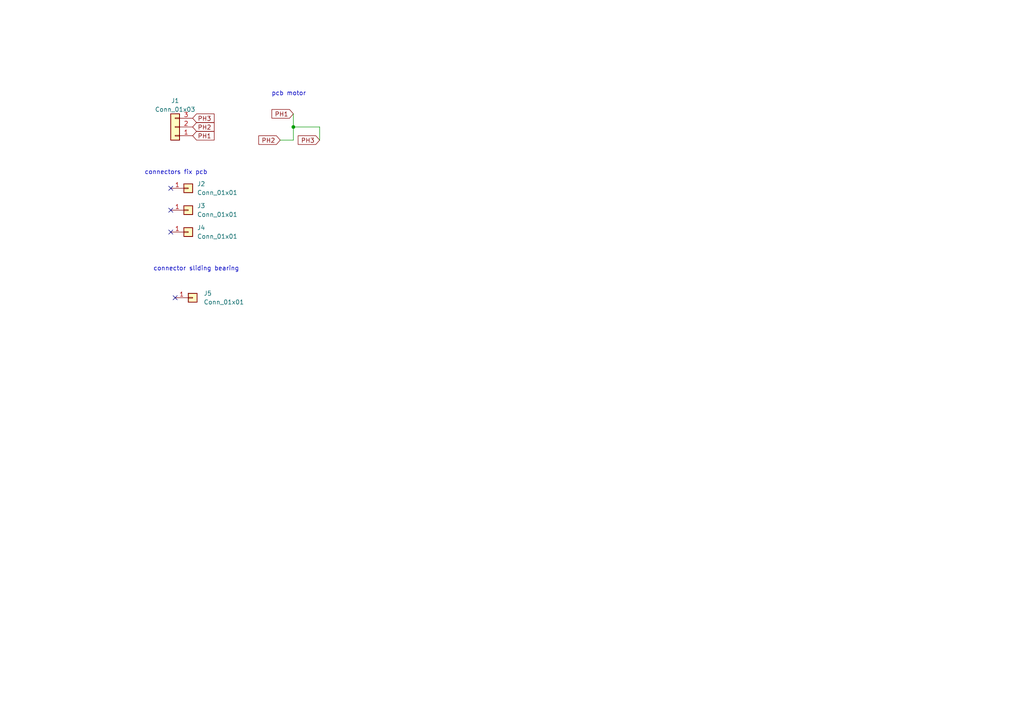
<source format=kicad_sch>
(kicad_sch (version 20231120) (generator "eeschema") (generator_version "8.0")
  (paper "A4")
  (title_block (title "Scanhead PCB") (rev "0.1") (company "Hexastorm") (comment 1 "Author: Rik Starmans"))
  (lib_symbols
    (symbol "Connector_Generic:Conn_01x01" (pin_names (offset 1.016) hide)
      (property "Reference" "J" (at 0 2.54 0))
      (property "Value" "Conn_01x01" (at 0 -2.54 0))
      (symbol "Conn_01x01_1_1"
        (rectangle (start -1.27 0.127) (end 0 -0.127) (stroke (width 0.1524)))
        (rectangle (start -1.27 1.27) (end 1.27 -1.27) (stroke (width 0.254)) (fill (type background)))
        (pin passive line (at -5.08 0 0) (length 3.81) (name "Pin_1") (number "1"))
      )
    )
    (symbol "Connector_Generic:Conn_01x03" (pin_names (offset 1.016) hide)
      (property "Reference" "J" (at 0 5.08 0))
      (property "Value" "Conn_01x03" (at 0 -5.08 0))
      (symbol "Conn_01x03_1_1"
        (rectangle (start -1.27 -2.413) (end 0 -2.667) (stroke (width 0.1524)))
        (rectangle (start -1.27 0.127) (end 0 -0.127) (stroke (width 0.1524)))
        (rectangle (start -1.27 2.667) (end 0 2.413) (stroke (width 0.1524)))
        (rectangle (start -1.27 3.81) (end 1.27 -3.81) (stroke (width 0.254)) (fill (type background)))
        (pin passive line (at -5.08 2.54 0) (length 3.81) (name "Pin_1") (number "1"))
        (pin passive line (at -5.08 0 0) (length 3.81) (name "Pin_2") (number "2"))
        (pin passive line (at -5.08 -2.54 0) (length 3.81) (name "Pin_3") (number "3"))
      )
    )
  )
  (junction (at 85.09 36.83))
  (no_connect (at 49.53 67.31))
  (no_connect (at 50.8 86.36))
  (no_connect (at 49.53 54.61))
  (no_connect (at 49.53 60.96))
  (wire (pts (xy 81.28 40.64) (xy 85.09 40.64)))
  (wire (pts (xy 85.09 36.83) (xy 85.09 40.64)))
  (wire (pts (xy 85.09 33.02) (xy 85.09 36.83)))
  (wire (pts (xy 92.71 36.83) (xy 92.71 40.64)))
  (wire (pts (xy 85.09 36.83) (xy 92.71 36.83)))
  (text "pcb motor" (at 78.74 27.94 0) (effects (font (size 1.27 1.27)) (justify left bottom)))
  (text "connector sliding bearing" (at 44.45 78.74 0) (effects (font (size 1.27 1.27)) (justify left bottom)))
  (text "connectors fix pcb" (at 41.91 50.8 0) (effects (font (size 1.27 1.27)) (justify left bottom)))
  (global_label "PH1" (shape input) (at 55.88 39.37 0) (property "Intersheetrefs" "${INTERSHEET_REFS}" (effects (hide yes))))
  (global_label "PH2" (shape input) (at 55.88 36.83 0) (property "Intersheetrefs" "${INTERSHEET_REFS}" (effects (hide yes))))
  (global_label "PH1" (shape input) (at 85.09 33.02 180) (property "Intersheetrefs" "${INTERSHEET_REFS}" (effects (hide yes))))
  (global_label "PH3" (shape input) (at 55.88 34.29 0) (property "Intersheetrefs" "${INTERSHEET_REFS}" (effects (hide yes))))
  (global_label "PH2" (shape input) (at 81.28 40.64 180) (property "Intersheetrefs" "${INTERSHEET_REFS}" (effects (hide yes))))
  (global_label "PH3" (shape input) (at 92.71 40.64 180) (property "Intersheetrefs" "${INTERSHEET_REFS}" (effects (hide yes))))
  (symbol (lib_id "Connector_Generic:Conn_01x01") (at 54.61 67.31 0) (unit 1)
    (property "Reference" "J4" (at 57.15 66.04 0) (effects (justify left)))
    (property "Value" "Conn_01x01" (at 57.15 68.58 0) (effects (justify left)))
    (property "Footprint" "pcbmotor:PinHeader_1x01_P2.54mm_Vertical" (effects (hide yes)))
  )
  (symbol (lib_id "Connector_Generic:Conn_01x03") (at 50.8 36.83 180) (unit 1)
    (property "Reference" "J1" (at 50.8 29.21 0))
    (property "Value" "Conn_01x03" (at 50.8 31.75 0))
    (property "Footprint" "pcbmotor:PinHeader_1x03_P2.54mm_Vertical" (effects (hide yes)))
  )
  (symbol (lib_id "Connector_Generic:Conn_01x01") (at 54.61 60.96 0) (unit 1)
    (property "Reference" "J3" (at 57.15 59.69 0) (effects (justify left)))
    (property "Value" "Conn_01x01" (at 57.15 62.23 0) (effects (justify left)))
    (property "Footprint" "pcbmotor:PinHeader_1x01_P2.54mm_Vertical" (effects (hide yes)))
  )
  (symbol (lib_id "Connector_Generic:Conn_01x01") (at 54.61 54.61 0) (unit 1)
    (property "Reference" "J2" (at 57.15 53.34 0) (effects (justify left)))
    (property "Value" "Conn_01x01" (at 57.15 55.88 0) (effects (justify left)))
    (property "Footprint" "pcbmotor:PinHeader_1x01_P2.54mm_Vertical" (effects (hide yes)))
  )
  (symbol (lib_id "Connector_Generic:Conn_01x01") (at 55.88 86.36 0) (unit 1)
    (property "Reference" "J5" (at 59.055 85.09 0) (effects (justify left)))
    (property "Value" "Conn_01x01" (at 59.055 87.63 0) (effects (justify left)))
    (property "Footprint" "pcbmotor:motorconnector_D8.0mm_Drill4.1mm" (effects (hide yes)))
  )
)
</source>
